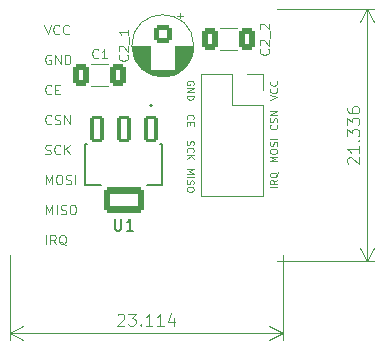
<source format=gbr>
%TF.GenerationSoftware,KiCad,Pcbnew,9.0.3*%
%TF.CreationDate,2025-10-19T16:24:49+11:00*%
%TF.ProjectId,NRF24L01-better-breakout,4e524632-344c-4303-912d-626574746572,rev?*%
%TF.SameCoordinates,Original*%
%TF.FileFunction,Legend,Top*%
%TF.FilePolarity,Positive*%
%FSLAX46Y46*%
G04 Gerber Fmt 4.6, Leading zero omitted, Abs format (unit mm)*
G04 Created by KiCad (PCBNEW 9.0.3) date 2025-10-19 16:24:49*
%MOMM*%
%LPD*%
G01*
G04 APERTURE LIST*
G04 Aperture macros list*
%AMRoundRect*
0 Rectangle with rounded corners*
0 $1 Rounding radius*
0 $2 $3 $4 $5 $6 $7 $8 $9 X,Y pos of 4 corners*
0 Add a 4 corners polygon primitive as box body*
4,1,4,$2,$3,$4,$5,$6,$7,$8,$9,$2,$3,0*
0 Add four circle primitives for the rounded corners*
1,1,$1+$1,$2,$3*
1,1,$1+$1,$4,$5*
1,1,$1+$1,$6,$7*
1,1,$1+$1,$8,$9*
0 Add four rect primitives between the rounded corners*
20,1,$1+$1,$2,$3,$4,$5,0*
20,1,$1+$1,$4,$5,$6,$7,0*
20,1,$1+$1,$6,$7,$8,$9,0*
20,1,$1+$1,$8,$9,$2,$3,0*%
G04 Aperture macros list end*
%ADD10C,0.075000*%
%ADD11C,0.100000*%
%ADD12C,0.150000*%
%ADD13C,0.127000*%
%ADD14C,0.200000*%
%ADD15C,0.120000*%
%ADD16RoundRect,0.141750X-0.425250X0.950250X-0.425250X-0.950250X0.425250X-0.950250X0.425250X0.950250X0*%
%ADD17RoundRect,0.273000X-1.444000X0.819000X-1.444000X-0.819000X1.444000X-0.819000X1.444000X0.819000X0*%
%ADD18RoundRect,0.250000X0.412500X0.650000X-0.412500X0.650000X-0.412500X-0.650000X0.412500X-0.650000X0*%
%ADD19RoundRect,0.250000X-0.550000X0.550000X-0.550000X-0.550000X0.550000X-0.550000X0.550000X0.550000X0*%
%ADD20C,1.600000*%
%ADD21R,1.700000X1.700000*%
%ADD22C,1.700000*%
%ADD23RoundRect,0.250000X-0.412500X-0.650000X0.412500X-0.650000X0.412500X0.650000X-0.412500X0.650000X0*%
G04 APERTURE END LIST*
D10*
X114074900Y-72126571D02*
X114046328Y-72212286D01*
X114046328Y-72212286D02*
X114046328Y-72355143D01*
X114046328Y-72355143D02*
X114074900Y-72412286D01*
X114074900Y-72412286D02*
X114103471Y-72440857D01*
X114103471Y-72440857D02*
X114160614Y-72469428D01*
X114160614Y-72469428D02*
X114217757Y-72469428D01*
X114217757Y-72469428D02*
X114274900Y-72440857D01*
X114274900Y-72440857D02*
X114303471Y-72412286D01*
X114303471Y-72412286D02*
X114332042Y-72355143D01*
X114332042Y-72355143D02*
X114360614Y-72240857D01*
X114360614Y-72240857D02*
X114389185Y-72183714D01*
X114389185Y-72183714D02*
X114417757Y-72155143D01*
X114417757Y-72155143D02*
X114474900Y-72126571D01*
X114474900Y-72126571D02*
X114532042Y-72126571D01*
X114532042Y-72126571D02*
X114589185Y-72155143D01*
X114589185Y-72155143D02*
X114617757Y-72183714D01*
X114617757Y-72183714D02*
X114646328Y-72240857D01*
X114646328Y-72240857D02*
X114646328Y-72383714D01*
X114646328Y-72383714D02*
X114617757Y-72469428D01*
X114103471Y-73069429D02*
X114074900Y-73040857D01*
X114074900Y-73040857D02*
X114046328Y-72955143D01*
X114046328Y-72955143D02*
X114046328Y-72898000D01*
X114046328Y-72898000D02*
X114074900Y-72812286D01*
X114074900Y-72812286D02*
X114132042Y-72755143D01*
X114132042Y-72755143D02*
X114189185Y-72726572D01*
X114189185Y-72726572D02*
X114303471Y-72698000D01*
X114303471Y-72698000D02*
X114389185Y-72698000D01*
X114389185Y-72698000D02*
X114503471Y-72726572D01*
X114503471Y-72726572D02*
X114560614Y-72755143D01*
X114560614Y-72755143D02*
X114617757Y-72812286D01*
X114617757Y-72812286D02*
X114646328Y-72898000D01*
X114646328Y-72898000D02*
X114646328Y-72955143D01*
X114646328Y-72955143D02*
X114617757Y-73040857D01*
X114617757Y-73040857D02*
X114589185Y-73069429D01*
X114046328Y-73326572D02*
X114646328Y-73326572D01*
X114046328Y-73669429D02*
X114389185Y-73412286D01*
X114646328Y-73669429D02*
X114303471Y-73326572D01*
D11*
X101995979Y-62302895D02*
X102262646Y-63102895D01*
X102262646Y-63102895D02*
X102529312Y-62302895D01*
X103253122Y-63026704D02*
X103215026Y-63064800D01*
X103215026Y-63064800D02*
X103100741Y-63102895D01*
X103100741Y-63102895D02*
X103024550Y-63102895D01*
X103024550Y-63102895D02*
X102910264Y-63064800D01*
X102910264Y-63064800D02*
X102834074Y-62988609D01*
X102834074Y-62988609D02*
X102795979Y-62912419D01*
X102795979Y-62912419D02*
X102757883Y-62760038D01*
X102757883Y-62760038D02*
X102757883Y-62645752D01*
X102757883Y-62645752D02*
X102795979Y-62493371D01*
X102795979Y-62493371D02*
X102834074Y-62417180D01*
X102834074Y-62417180D02*
X102910264Y-62340990D01*
X102910264Y-62340990D02*
X103024550Y-62302895D01*
X103024550Y-62302895D02*
X103100741Y-62302895D01*
X103100741Y-62302895D02*
X103215026Y-62340990D01*
X103215026Y-62340990D02*
X103253122Y-62379085D01*
X104053122Y-63026704D02*
X104015026Y-63064800D01*
X104015026Y-63064800D02*
X103900741Y-63102895D01*
X103900741Y-63102895D02*
X103824550Y-63102895D01*
X103824550Y-63102895D02*
X103710264Y-63064800D01*
X103710264Y-63064800D02*
X103634074Y-62988609D01*
X103634074Y-62988609D02*
X103595979Y-62912419D01*
X103595979Y-62912419D02*
X103557883Y-62760038D01*
X103557883Y-62760038D02*
X103557883Y-62645752D01*
X103557883Y-62645752D02*
X103595979Y-62493371D01*
X103595979Y-62493371D02*
X103634074Y-62417180D01*
X103634074Y-62417180D02*
X103710264Y-62340990D01*
X103710264Y-62340990D02*
X103824550Y-62302895D01*
X103824550Y-62302895D02*
X103900741Y-62302895D01*
X103900741Y-62302895D02*
X104015026Y-62340990D01*
X104015026Y-62340990D02*
X104053122Y-62379085D01*
D10*
X121648528Y-70772285D02*
X121677100Y-70800857D01*
X121677100Y-70800857D02*
X121705671Y-70886571D01*
X121705671Y-70886571D02*
X121705671Y-70943714D01*
X121705671Y-70943714D02*
X121677100Y-71029428D01*
X121677100Y-71029428D02*
X121619957Y-71086571D01*
X121619957Y-71086571D02*
X121562814Y-71115142D01*
X121562814Y-71115142D02*
X121448528Y-71143714D01*
X121448528Y-71143714D02*
X121362814Y-71143714D01*
X121362814Y-71143714D02*
X121248528Y-71115142D01*
X121248528Y-71115142D02*
X121191385Y-71086571D01*
X121191385Y-71086571D02*
X121134242Y-71029428D01*
X121134242Y-71029428D02*
X121105671Y-70943714D01*
X121105671Y-70943714D02*
X121105671Y-70886571D01*
X121105671Y-70886571D02*
X121134242Y-70800857D01*
X121134242Y-70800857D02*
X121162814Y-70772285D01*
X121677100Y-70543714D02*
X121705671Y-70458000D01*
X121705671Y-70458000D02*
X121705671Y-70315142D01*
X121705671Y-70315142D02*
X121677100Y-70258000D01*
X121677100Y-70258000D02*
X121648528Y-70229428D01*
X121648528Y-70229428D02*
X121591385Y-70200857D01*
X121591385Y-70200857D02*
X121534242Y-70200857D01*
X121534242Y-70200857D02*
X121477100Y-70229428D01*
X121477100Y-70229428D02*
X121448528Y-70258000D01*
X121448528Y-70258000D02*
X121419957Y-70315142D01*
X121419957Y-70315142D02*
X121391385Y-70429428D01*
X121391385Y-70429428D02*
X121362814Y-70486571D01*
X121362814Y-70486571D02*
X121334242Y-70515142D01*
X121334242Y-70515142D02*
X121277100Y-70543714D01*
X121277100Y-70543714D02*
X121219957Y-70543714D01*
X121219957Y-70543714D02*
X121162814Y-70515142D01*
X121162814Y-70515142D02*
X121134242Y-70486571D01*
X121134242Y-70486571D02*
X121105671Y-70429428D01*
X121105671Y-70429428D02*
X121105671Y-70286571D01*
X121105671Y-70286571D02*
X121134242Y-70200857D01*
X121705671Y-69943713D02*
X121105671Y-69943713D01*
X121105671Y-69943713D02*
X121705671Y-69600856D01*
X121705671Y-69600856D02*
X121105671Y-69600856D01*
D11*
X102110265Y-78342895D02*
X102110265Y-77542895D01*
X102110265Y-77542895D02*
X102376931Y-78114323D01*
X102376931Y-78114323D02*
X102643598Y-77542895D01*
X102643598Y-77542895D02*
X102643598Y-78342895D01*
X103024551Y-78342895D02*
X103024551Y-77542895D01*
X103367407Y-78304800D02*
X103481693Y-78342895D01*
X103481693Y-78342895D02*
X103672169Y-78342895D01*
X103672169Y-78342895D02*
X103748360Y-78304800D01*
X103748360Y-78304800D02*
X103786455Y-78266704D01*
X103786455Y-78266704D02*
X103824550Y-78190514D01*
X103824550Y-78190514D02*
X103824550Y-78114323D01*
X103824550Y-78114323D02*
X103786455Y-78038133D01*
X103786455Y-78038133D02*
X103748360Y-78000038D01*
X103748360Y-78000038D02*
X103672169Y-77961942D01*
X103672169Y-77961942D02*
X103519788Y-77923847D01*
X103519788Y-77923847D02*
X103443598Y-77885752D01*
X103443598Y-77885752D02*
X103405503Y-77847657D01*
X103405503Y-77847657D02*
X103367407Y-77771466D01*
X103367407Y-77771466D02*
X103367407Y-77695276D01*
X103367407Y-77695276D02*
X103405503Y-77619085D01*
X103405503Y-77619085D02*
X103443598Y-77580990D01*
X103443598Y-77580990D02*
X103519788Y-77542895D01*
X103519788Y-77542895D02*
X103710265Y-77542895D01*
X103710265Y-77542895D02*
X103824550Y-77580990D01*
X104319789Y-77542895D02*
X104472170Y-77542895D01*
X104472170Y-77542895D02*
X104548360Y-77580990D01*
X104548360Y-77580990D02*
X104624551Y-77657180D01*
X104624551Y-77657180D02*
X104662646Y-77809561D01*
X104662646Y-77809561D02*
X104662646Y-78076228D01*
X104662646Y-78076228D02*
X104624551Y-78228609D01*
X104624551Y-78228609D02*
X104548360Y-78304800D01*
X104548360Y-78304800D02*
X104472170Y-78342895D01*
X104472170Y-78342895D02*
X104319789Y-78342895D01*
X104319789Y-78342895D02*
X104243598Y-78304800D01*
X104243598Y-78304800D02*
X104167408Y-78228609D01*
X104167408Y-78228609D02*
X104129312Y-78076228D01*
X104129312Y-78076228D02*
X104129312Y-77809561D01*
X104129312Y-77809561D02*
X104167408Y-77657180D01*
X104167408Y-77657180D02*
X104243598Y-77580990D01*
X104243598Y-77580990D02*
X104319789Y-77542895D01*
D10*
X121705671Y-73840856D02*
X121105671Y-73840856D01*
X121105671Y-73840856D02*
X121534242Y-73640856D01*
X121534242Y-73640856D02*
X121105671Y-73440856D01*
X121105671Y-73440856D02*
X121705671Y-73440856D01*
X121105671Y-73040857D02*
X121105671Y-72926571D01*
X121105671Y-72926571D02*
X121134242Y-72869428D01*
X121134242Y-72869428D02*
X121191385Y-72812285D01*
X121191385Y-72812285D02*
X121305671Y-72783714D01*
X121305671Y-72783714D02*
X121505671Y-72783714D01*
X121505671Y-72783714D02*
X121619957Y-72812285D01*
X121619957Y-72812285D02*
X121677100Y-72869428D01*
X121677100Y-72869428D02*
X121705671Y-72926571D01*
X121705671Y-72926571D02*
X121705671Y-73040857D01*
X121705671Y-73040857D02*
X121677100Y-73098000D01*
X121677100Y-73098000D02*
X121619957Y-73155142D01*
X121619957Y-73155142D02*
X121505671Y-73183714D01*
X121505671Y-73183714D02*
X121305671Y-73183714D01*
X121305671Y-73183714D02*
X121191385Y-73155142D01*
X121191385Y-73155142D02*
X121134242Y-73098000D01*
X121134242Y-73098000D02*
X121105671Y-73040857D01*
X121677100Y-72555143D02*
X121705671Y-72469429D01*
X121705671Y-72469429D02*
X121705671Y-72326571D01*
X121705671Y-72326571D02*
X121677100Y-72269429D01*
X121677100Y-72269429D02*
X121648528Y-72240857D01*
X121648528Y-72240857D02*
X121591385Y-72212286D01*
X121591385Y-72212286D02*
X121534242Y-72212286D01*
X121534242Y-72212286D02*
X121477100Y-72240857D01*
X121477100Y-72240857D02*
X121448528Y-72269429D01*
X121448528Y-72269429D02*
X121419957Y-72326571D01*
X121419957Y-72326571D02*
X121391385Y-72440857D01*
X121391385Y-72440857D02*
X121362814Y-72498000D01*
X121362814Y-72498000D02*
X121334242Y-72526571D01*
X121334242Y-72526571D02*
X121277100Y-72555143D01*
X121277100Y-72555143D02*
X121219957Y-72555143D01*
X121219957Y-72555143D02*
X121162814Y-72526571D01*
X121162814Y-72526571D02*
X121134242Y-72498000D01*
X121134242Y-72498000D02*
X121105671Y-72440857D01*
X121105671Y-72440857D02*
X121105671Y-72298000D01*
X121105671Y-72298000D02*
X121134242Y-72212286D01*
X121705671Y-71955142D02*
X121105671Y-71955142D01*
D11*
X102110265Y-75802895D02*
X102110265Y-75002895D01*
X102110265Y-75002895D02*
X102376931Y-75574323D01*
X102376931Y-75574323D02*
X102643598Y-75002895D01*
X102643598Y-75002895D02*
X102643598Y-75802895D01*
X103176932Y-75002895D02*
X103329313Y-75002895D01*
X103329313Y-75002895D02*
X103405503Y-75040990D01*
X103405503Y-75040990D02*
X103481694Y-75117180D01*
X103481694Y-75117180D02*
X103519789Y-75269561D01*
X103519789Y-75269561D02*
X103519789Y-75536228D01*
X103519789Y-75536228D02*
X103481694Y-75688609D01*
X103481694Y-75688609D02*
X103405503Y-75764800D01*
X103405503Y-75764800D02*
X103329313Y-75802895D01*
X103329313Y-75802895D02*
X103176932Y-75802895D01*
X103176932Y-75802895D02*
X103100741Y-75764800D01*
X103100741Y-75764800D02*
X103024551Y-75688609D01*
X103024551Y-75688609D02*
X102986455Y-75536228D01*
X102986455Y-75536228D02*
X102986455Y-75269561D01*
X102986455Y-75269561D02*
X103024551Y-75117180D01*
X103024551Y-75117180D02*
X103100741Y-75040990D01*
X103100741Y-75040990D02*
X103176932Y-75002895D01*
X103824550Y-75764800D02*
X103938836Y-75802895D01*
X103938836Y-75802895D02*
X104129312Y-75802895D01*
X104129312Y-75802895D02*
X104205503Y-75764800D01*
X104205503Y-75764800D02*
X104243598Y-75726704D01*
X104243598Y-75726704D02*
X104281693Y-75650514D01*
X104281693Y-75650514D02*
X104281693Y-75574323D01*
X104281693Y-75574323D02*
X104243598Y-75498133D01*
X104243598Y-75498133D02*
X104205503Y-75460038D01*
X104205503Y-75460038D02*
X104129312Y-75421942D01*
X104129312Y-75421942D02*
X103976931Y-75383847D01*
X103976931Y-75383847D02*
X103900741Y-75345752D01*
X103900741Y-75345752D02*
X103862646Y-75307657D01*
X103862646Y-75307657D02*
X103824550Y-75231466D01*
X103824550Y-75231466D02*
X103824550Y-75155276D01*
X103824550Y-75155276D02*
X103862646Y-75079085D01*
X103862646Y-75079085D02*
X103900741Y-75040990D01*
X103900741Y-75040990D02*
X103976931Y-75002895D01*
X103976931Y-75002895D02*
X104167408Y-75002895D01*
X104167408Y-75002895D02*
X104281693Y-75040990D01*
X104624551Y-75802895D02*
X104624551Y-75002895D01*
X102072169Y-73224800D02*
X102186455Y-73262895D01*
X102186455Y-73262895D02*
X102376931Y-73262895D01*
X102376931Y-73262895D02*
X102453122Y-73224800D01*
X102453122Y-73224800D02*
X102491217Y-73186704D01*
X102491217Y-73186704D02*
X102529312Y-73110514D01*
X102529312Y-73110514D02*
X102529312Y-73034323D01*
X102529312Y-73034323D02*
X102491217Y-72958133D01*
X102491217Y-72958133D02*
X102453122Y-72920038D01*
X102453122Y-72920038D02*
X102376931Y-72881942D01*
X102376931Y-72881942D02*
X102224550Y-72843847D01*
X102224550Y-72843847D02*
X102148360Y-72805752D01*
X102148360Y-72805752D02*
X102110265Y-72767657D01*
X102110265Y-72767657D02*
X102072169Y-72691466D01*
X102072169Y-72691466D02*
X102072169Y-72615276D01*
X102072169Y-72615276D02*
X102110265Y-72539085D01*
X102110265Y-72539085D02*
X102148360Y-72500990D01*
X102148360Y-72500990D02*
X102224550Y-72462895D01*
X102224550Y-72462895D02*
X102415027Y-72462895D01*
X102415027Y-72462895D02*
X102529312Y-72500990D01*
X103329313Y-73186704D02*
X103291217Y-73224800D01*
X103291217Y-73224800D02*
X103176932Y-73262895D01*
X103176932Y-73262895D02*
X103100741Y-73262895D01*
X103100741Y-73262895D02*
X102986455Y-73224800D01*
X102986455Y-73224800D02*
X102910265Y-73148609D01*
X102910265Y-73148609D02*
X102872170Y-73072419D01*
X102872170Y-73072419D02*
X102834074Y-72920038D01*
X102834074Y-72920038D02*
X102834074Y-72805752D01*
X102834074Y-72805752D02*
X102872170Y-72653371D01*
X102872170Y-72653371D02*
X102910265Y-72577180D01*
X102910265Y-72577180D02*
X102986455Y-72500990D01*
X102986455Y-72500990D02*
X103100741Y-72462895D01*
X103100741Y-72462895D02*
X103176932Y-72462895D01*
X103176932Y-72462895D02*
X103291217Y-72500990D01*
X103291217Y-72500990D02*
X103329313Y-72539085D01*
X103672170Y-73262895D02*
X103672170Y-72462895D01*
X104129313Y-73262895D02*
X103786455Y-72805752D01*
X104129313Y-72462895D02*
X103672170Y-72920038D01*
X102529312Y-64880990D02*
X102453122Y-64842895D01*
X102453122Y-64842895D02*
X102338836Y-64842895D01*
X102338836Y-64842895D02*
X102224550Y-64880990D01*
X102224550Y-64880990D02*
X102148360Y-64957180D01*
X102148360Y-64957180D02*
X102110265Y-65033371D01*
X102110265Y-65033371D02*
X102072169Y-65185752D01*
X102072169Y-65185752D02*
X102072169Y-65300038D01*
X102072169Y-65300038D02*
X102110265Y-65452419D01*
X102110265Y-65452419D02*
X102148360Y-65528609D01*
X102148360Y-65528609D02*
X102224550Y-65604800D01*
X102224550Y-65604800D02*
X102338836Y-65642895D01*
X102338836Y-65642895D02*
X102415027Y-65642895D01*
X102415027Y-65642895D02*
X102529312Y-65604800D01*
X102529312Y-65604800D02*
X102567408Y-65566704D01*
X102567408Y-65566704D02*
X102567408Y-65300038D01*
X102567408Y-65300038D02*
X102415027Y-65300038D01*
X102910265Y-65642895D02*
X102910265Y-64842895D01*
X102910265Y-64842895D02*
X103367408Y-65642895D01*
X103367408Y-65642895D02*
X103367408Y-64842895D01*
X103748360Y-65642895D02*
X103748360Y-64842895D01*
X103748360Y-64842895D02*
X103938836Y-64842895D01*
X103938836Y-64842895D02*
X104053122Y-64880990D01*
X104053122Y-64880990D02*
X104129312Y-64957180D01*
X104129312Y-64957180D02*
X104167407Y-65033371D01*
X104167407Y-65033371D02*
X104205503Y-65185752D01*
X104205503Y-65185752D02*
X104205503Y-65300038D01*
X104205503Y-65300038D02*
X104167407Y-65452419D01*
X104167407Y-65452419D02*
X104129312Y-65528609D01*
X104129312Y-65528609D02*
X104053122Y-65604800D01*
X104053122Y-65604800D02*
X103938836Y-65642895D01*
X103938836Y-65642895D02*
X103748360Y-65642895D01*
X102567408Y-70646704D02*
X102529312Y-70684800D01*
X102529312Y-70684800D02*
X102415027Y-70722895D01*
X102415027Y-70722895D02*
X102338836Y-70722895D01*
X102338836Y-70722895D02*
X102224550Y-70684800D01*
X102224550Y-70684800D02*
X102148360Y-70608609D01*
X102148360Y-70608609D02*
X102110265Y-70532419D01*
X102110265Y-70532419D02*
X102072169Y-70380038D01*
X102072169Y-70380038D02*
X102072169Y-70265752D01*
X102072169Y-70265752D02*
X102110265Y-70113371D01*
X102110265Y-70113371D02*
X102148360Y-70037180D01*
X102148360Y-70037180D02*
X102224550Y-69960990D01*
X102224550Y-69960990D02*
X102338836Y-69922895D01*
X102338836Y-69922895D02*
X102415027Y-69922895D01*
X102415027Y-69922895D02*
X102529312Y-69960990D01*
X102529312Y-69960990D02*
X102567408Y-69999085D01*
X102872169Y-70684800D02*
X102986455Y-70722895D01*
X102986455Y-70722895D02*
X103176931Y-70722895D01*
X103176931Y-70722895D02*
X103253122Y-70684800D01*
X103253122Y-70684800D02*
X103291217Y-70646704D01*
X103291217Y-70646704D02*
X103329312Y-70570514D01*
X103329312Y-70570514D02*
X103329312Y-70494323D01*
X103329312Y-70494323D02*
X103291217Y-70418133D01*
X103291217Y-70418133D02*
X103253122Y-70380038D01*
X103253122Y-70380038D02*
X103176931Y-70341942D01*
X103176931Y-70341942D02*
X103024550Y-70303847D01*
X103024550Y-70303847D02*
X102948360Y-70265752D01*
X102948360Y-70265752D02*
X102910265Y-70227657D01*
X102910265Y-70227657D02*
X102872169Y-70151466D01*
X102872169Y-70151466D02*
X102872169Y-70075276D01*
X102872169Y-70075276D02*
X102910265Y-69999085D01*
X102910265Y-69999085D02*
X102948360Y-69960990D01*
X102948360Y-69960990D02*
X103024550Y-69922895D01*
X103024550Y-69922895D02*
X103215027Y-69922895D01*
X103215027Y-69922895D02*
X103329312Y-69960990D01*
X103672170Y-70722895D02*
X103672170Y-69922895D01*
X103672170Y-69922895D02*
X104129313Y-70722895D01*
X104129313Y-70722895D02*
X104129313Y-69922895D01*
D10*
X114617757Y-67360857D02*
X114646328Y-67303715D01*
X114646328Y-67303715D02*
X114646328Y-67218000D01*
X114646328Y-67218000D02*
X114617757Y-67132286D01*
X114617757Y-67132286D02*
X114560614Y-67075143D01*
X114560614Y-67075143D02*
X114503471Y-67046572D01*
X114503471Y-67046572D02*
X114389185Y-67018000D01*
X114389185Y-67018000D02*
X114303471Y-67018000D01*
X114303471Y-67018000D02*
X114189185Y-67046572D01*
X114189185Y-67046572D02*
X114132042Y-67075143D01*
X114132042Y-67075143D02*
X114074900Y-67132286D01*
X114074900Y-67132286D02*
X114046328Y-67218000D01*
X114046328Y-67218000D02*
X114046328Y-67275143D01*
X114046328Y-67275143D02*
X114074900Y-67360857D01*
X114074900Y-67360857D02*
X114103471Y-67389429D01*
X114103471Y-67389429D02*
X114303471Y-67389429D01*
X114303471Y-67389429D02*
X114303471Y-67275143D01*
X114046328Y-67646572D02*
X114646328Y-67646572D01*
X114646328Y-67646572D02*
X114046328Y-67989429D01*
X114046328Y-67989429D02*
X114646328Y-67989429D01*
X114046328Y-68275143D02*
X114646328Y-68275143D01*
X114646328Y-68275143D02*
X114646328Y-68418000D01*
X114646328Y-68418000D02*
X114617757Y-68503714D01*
X114617757Y-68503714D02*
X114560614Y-68560857D01*
X114560614Y-68560857D02*
X114503471Y-68589428D01*
X114503471Y-68589428D02*
X114389185Y-68618000D01*
X114389185Y-68618000D02*
X114303471Y-68618000D01*
X114303471Y-68618000D02*
X114189185Y-68589428D01*
X114189185Y-68589428D02*
X114132042Y-68560857D01*
X114132042Y-68560857D02*
X114074900Y-68503714D01*
X114074900Y-68503714D02*
X114046328Y-68418000D01*
X114046328Y-68418000D02*
X114046328Y-68275143D01*
X114046328Y-74495143D02*
X114646328Y-74495143D01*
X114646328Y-74495143D02*
X114217757Y-74695143D01*
X114217757Y-74695143D02*
X114646328Y-74895143D01*
X114646328Y-74895143D02*
X114046328Y-74895143D01*
X114046328Y-75180857D02*
X114646328Y-75180857D01*
X114074900Y-75437999D02*
X114046328Y-75523714D01*
X114046328Y-75523714D02*
X114046328Y-75666571D01*
X114046328Y-75666571D02*
X114074900Y-75723714D01*
X114074900Y-75723714D02*
X114103471Y-75752285D01*
X114103471Y-75752285D02*
X114160614Y-75780856D01*
X114160614Y-75780856D02*
X114217757Y-75780856D01*
X114217757Y-75780856D02*
X114274900Y-75752285D01*
X114274900Y-75752285D02*
X114303471Y-75723714D01*
X114303471Y-75723714D02*
X114332042Y-75666571D01*
X114332042Y-75666571D02*
X114360614Y-75552285D01*
X114360614Y-75552285D02*
X114389185Y-75495142D01*
X114389185Y-75495142D02*
X114417757Y-75466571D01*
X114417757Y-75466571D02*
X114474900Y-75437999D01*
X114474900Y-75437999D02*
X114532042Y-75437999D01*
X114532042Y-75437999D02*
X114589185Y-75466571D01*
X114589185Y-75466571D02*
X114617757Y-75495142D01*
X114617757Y-75495142D02*
X114646328Y-75552285D01*
X114646328Y-75552285D02*
X114646328Y-75695142D01*
X114646328Y-75695142D02*
X114617757Y-75780856D01*
X114646328Y-76152285D02*
X114646328Y-76266571D01*
X114646328Y-76266571D02*
X114617757Y-76323714D01*
X114617757Y-76323714D02*
X114560614Y-76380857D01*
X114560614Y-76380857D02*
X114446328Y-76409428D01*
X114446328Y-76409428D02*
X114246328Y-76409428D01*
X114246328Y-76409428D02*
X114132042Y-76380857D01*
X114132042Y-76380857D02*
X114074900Y-76323714D01*
X114074900Y-76323714D02*
X114046328Y-76266571D01*
X114046328Y-76266571D02*
X114046328Y-76152285D01*
X114046328Y-76152285D02*
X114074900Y-76095143D01*
X114074900Y-76095143D02*
X114132042Y-76038000D01*
X114132042Y-76038000D02*
X114246328Y-76009428D01*
X114246328Y-76009428D02*
X114446328Y-76009428D01*
X114446328Y-76009428D02*
X114560614Y-76038000D01*
X114560614Y-76038000D02*
X114617757Y-76095143D01*
X114617757Y-76095143D02*
X114646328Y-76152285D01*
D11*
X102110265Y-80882895D02*
X102110265Y-80082895D01*
X102948360Y-80882895D02*
X102681693Y-80501942D01*
X102491217Y-80882895D02*
X102491217Y-80082895D01*
X102491217Y-80082895D02*
X102795979Y-80082895D01*
X102795979Y-80082895D02*
X102872169Y-80120990D01*
X102872169Y-80120990D02*
X102910264Y-80159085D01*
X102910264Y-80159085D02*
X102948360Y-80235276D01*
X102948360Y-80235276D02*
X102948360Y-80349561D01*
X102948360Y-80349561D02*
X102910264Y-80425752D01*
X102910264Y-80425752D02*
X102872169Y-80463847D01*
X102872169Y-80463847D02*
X102795979Y-80501942D01*
X102795979Y-80501942D02*
X102491217Y-80501942D01*
X103824550Y-80959085D02*
X103748360Y-80920990D01*
X103748360Y-80920990D02*
X103672169Y-80844800D01*
X103672169Y-80844800D02*
X103557883Y-80730514D01*
X103557883Y-80730514D02*
X103481693Y-80692419D01*
X103481693Y-80692419D02*
X103405502Y-80692419D01*
X103443598Y-80882895D02*
X103367407Y-80844800D01*
X103367407Y-80844800D02*
X103291217Y-80768609D01*
X103291217Y-80768609D02*
X103253121Y-80616228D01*
X103253121Y-80616228D02*
X103253121Y-80349561D01*
X103253121Y-80349561D02*
X103291217Y-80197180D01*
X103291217Y-80197180D02*
X103367407Y-80120990D01*
X103367407Y-80120990D02*
X103443598Y-80082895D01*
X103443598Y-80082895D02*
X103595979Y-80082895D01*
X103595979Y-80082895D02*
X103672169Y-80120990D01*
X103672169Y-80120990D02*
X103748360Y-80197180D01*
X103748360Y-80197180D02*
X103786455Y-80349561D01*
X103786455Y-80349561D02*
X103786455Y-80616228D01*
X103786455Y-80616228D02*
X103748360Y-80768609D01*
X103748360Y-80768609D02*
X103672169Y-80844800D01*
X103672169Y-80844800D02*
X103595979Y-80882895D01*
X103595979Y-80882895D02*
X103443598Y-80882895D01*
D10*
X121705671Y-76052284D02*
X121105671Y-76052284D01*
X121705671Y-75423713D02*
X121419957Y-75623713D01*
X121705671Y-75766570D02*
X121105671Y-75766570D01*
X121105671Y-75766570D02*
X121105671Y-75537999D01*
X121105671Y-75537999D02*
X121134242Y-75480856D01*
X121134242Y-75480856D02*
X121162814Y-75452285D01*
X121162814Y-75452285D02*
X121219957Y-75423713D01*
X121219957Y-75423713D02*
X121305671Y-75423713D01*
X121305671Y-75423713D02*
X121362814Y-75452285D01*
X121362814Y-75452285D02*
X121391385Y-75480856D01*
X121391385Y-75480856D02*
X121419957Y-75537999D01*
X121419957Y-75537999D02*
X121419957Y-75766570D01*
X121762814Y-74766570D02*
X121734242Y-74823713D01*
X121734242Y-74823713D02*
X121677100Y-74880856D01*
X121677100Y-74880856D02*
X121591385Y-74966570D01*
X121591385Y-74966570D02*
X121562814Y-75023713D01*
X121562814Y-75023713D02*
X121562814Y-75080856D01*
X121705671Y-75052285D02*
X121677100Y-75109428D01*
X121677100Y-75109428D02*
X121619957Y-75166570D01*
X121619957Y-75166570D02*
X121505671Y-75195142D01*
X121505671Y-75195142D02*
X121305671Y-75195142D01*
X121305671Y-75195142D02*
X121191385Y-75166570D01*
X121191385Y-75166570D02*
X121134242Y-75109428D01*
X121134242Y-75109428D02*
X121105671Y-75052285D01*
X121105671Y-75052285D02*
X121105671Y-74937999D01*
X121105671Y-74937999D02*
X121134242Y-74880856D01*
X121134242Y-74880856D02*
X121191385Y-74823713D01*
X121191385Y-74823713D02*
X121305671Y-74795142D01*
X121305671Y-74795142D02*
X121505671Y-74795142D01*
X121505671Y-74795142D02*
X121619957Y-74823713D01*
X121619957Y-74823713D02*
X121677100Y-74880856D01*
X121677100Y-74880856D02*
X121705671Y-74937999D01*
X121705671Y-74937999D02*
X121705671Y-75052285D01*
D11*
X102567408Y-68106704D02*
X102529312Y-68144800D01*
X102529312Y-68144800D02*
X102415027Y-68182895D01*
X102415027Y-68182895D02*
X102338836Y-68182895D01*
X102338836Y-68182895D02*
X102224550Y-68144800D01*
X102224550Y-68144800D02*
X102148360Y-68068609D01*
X102148360Y-68068609D02*
X102110265Y-67992419D01*
X102110265Y-67992419D02*
X102072169Y-67840038D01*
X102072169Y-67840038D02*
X102072169Y-67725752D01*
X102072169Y-67725752D02*
X102110265Y-67573371D01*
X102110265Y-67573371D02*
X102148360Y-67497180D01*
X102148360Y-67497180D02*
X102224550Y-67420990D01*
X102224550Y-67420990D02*
X102338836Y-67382895D01*
X102338836Y-67382895D02*
X102415027Y-67382895D01*
X102415027Y-67382895D02*
X102529312Y-67420990D01*
X102529312Y-67420990D02*
X102567408Y-67459085D01*
X102910265Y-67763847D02*
X103176931Y-67763847D01*
X103291217Y-68182895D02*
X102910265Y-68182895D01*
X102910265Y-68182895D02*
X102910265Y-67382895D01*
X102910265Y-67382895D02*
X103291217Y-67382895D01*
D10*
X114103471Y-70272286D02*
X114074900Y-70243714D01*
X114074900Y-70243714D02*
X114046328Y-70158000D01*
X114046328Y-70158000D02*
X114046328Y-70100857D01*
X114046328Y-70100857D02*
X114074900Y-70015143D01*
X114074900Y-70015143D02*
X114132042Y-69958000D01*
X114132042Y-69958000D02*
X114189185Y-69929429D01*
X114189185Y-69929429D02*
X114303471Y-69900857D01*
X114303471Y-69900857D02*
X114389185Y-69900857D01*
X114389185Y-69900857D02*
X114503471Y-69929429D01*
X114503471Y-69929429D02*
X114560614Y-69958000D01*
X114560614Y-69958000D02*
X114617757Y-70015143D01*
X114617757Y-70015143D02*
X114646328Y-70100857D01*
X114646328Y-70100857D02*
X114646328Y-70158000D01*
X114646328Y-70158000D02*
X114617757Y-70243714D01*
X114617757Y-70243714D02*
X114589185Y-70272286D01*
X114360614Y-70529429D02*
X114360614Y-70729429D01*
X114046328Y-70815143D02*
X114046328Y-70529429D01*
X114046328Y-70529429D02*
X114646328Y-70529429D01*
X114646328Y-70529429D02*
X114646328Y-70815143D01*
X121105671Y-68618000D02*
X121705671Y-68418000D01*
X121705671Y-68418000D02*
X121105671Y-68218000D01*
X121648528Y-67675142D02*
X121677100Y-67703714D01*
X121677100Y-67703714D02*
X121705671Y-67789428D01*
X121705671Y-67789428D02*
X121705671Y-67846571D01*
X121705671Y-67846571D02*
X121677100Y-67932285D01*
X121677100Y-67932285D02*
X121619957Y-67989428D01*
X121619957Y-67989428D02*
X121562814Y-68017999D01*
X121562814Y-68017999D02*
X121448528Y-68046571D01*
X121448528Y-68046571D02*
X121362814Y-68046571D01*
X121362814Y-68046571D02*
X121248528Y-68017999D01*
X121248528Y-68017999D02*
X121191385Y-67989428D01*
X121191385Y-67989428D02*
X121134242Y-67932285D01*
X121134242Y-67932285D02*
X121105671Y-67846571D01*
X121105671Y-67846571D02*
X121105671Y-67789428D01*
X121105671Y-67789428D02*
X121134242Y-67703714D01*
X121134242Y-67703714D02*
X121162814Y-67675142D01*
X121648528Y-67075142D02*
X121677100Y-67103714D01*
X121677100Y-67103714D02*
X121705671Y-67189428D01*
X121705671Y-67189428D02*
X121705671Y-67246571D01*
X121705671Y-67246571D02*
X121677100Y-67332285D01*
X121677100Y-67332285D02*
X121619957Y-67389428D01*
X121619957Y-67389428D02*
X121562814Y-67417999D01*
X121562814Y-67417999D02*
X121448528Y-67446571D01*
X121448528Y-67446571D02*
X121362814Y-67446571D01*
X121362814Y-67446571D02*
X121248528Y-67417999D01*
X121248528Y-67417999D02*
X121191385Y-67389428D01*
X121191385Y-67389428D02*
X121134242Y-67332285D01*
X121134242Y-67332285D02*
X121105671Y-67246571D01*
X121105671Y-67246571D02*
X121105671Y-67189428D01*
X121105671Y-67189428D02*
X121134242Y-67103714D01*
X121134242Y-67103714D02*
X121162814Y-67075142D01*
D11*
X108188429Y-86844657D02*
X108236048Y-86797038D01*
X108236048Y-86797038D02*
X108331286Y-86749419D01*
X108331286Y-86749419D02*
X108569381Y-86749419D01*
X108569381Y-86749419D02*
X108664619Y-86797038D01*
X108664619Y-86797038D02*
X108712238Y-86844657D01*
X108712238Y-86844657D02*
X108759857Y-86939895D01*
X108759857Y-86939895D02*
X108759857Y-87035133D01*
X108759857Y-87035133D02*
X108712238Y-87177990D01*
X108712238Y-87177990D02*
X108140810Y-87749419D01*
X108140810Y-87749419D02*
X108759857Y-87749419D01*
X109093191Y-86749419D02*
X109712238Y-86749419D01*
X109712238Y-86749419D02*
X109378905Y-87130371D01*
X109378905Y-87130371D02*
X109521762Y-87130371D01*
X109521762Y-87130371D02*
X109617000Y-87177990D01*
X109617000Y-87177990D02*
X109664619Y-87225609D01*
X109664619Y-87225609D02*
X109712238Y-87320847D01*
X109712238Y-87320847D02*
X109712238Y-87558942D01*
X109712238Y-87558942D02*
X109664619Y-87654180D01*
X109664619Y-87654180D02*
X109617000Y-87701800D01*
X109617000Y-87701800D02*
X109521762Y-87749419D01*
X109521762Y-87749419D02*
X109236048Y-87749419D01*
X109236048Y-87749419D02*
X109140810Y-87701800D01*
X109140810Y-87701800D02*
X109093191Y-87654180D01*
X110140810Y-87654180D02*
X110188429Y-87701800D01*
X110188429Y-87701800D02*
X110140810Y-87749419D01*
X110140810Y-87749419D02*
X110093191Y-87701800D01*
X110093191Y-87701800D02*
X110140810Y-87654180D01*
X110140810Y-87654180D02*
X110140810Y-87749419D01*
X111140809Y-87749419D02*
X110569381Y-87749419D01*
X110855095Y-87749419D02*
X110855095Y-86749419D01*
X110855095Y-86749419D02*
X110759857Y-86892276D01*
X110759857Y-86892276D02*
X110664619Y-86987514D01*
X110664619Y-86987514D02*
X110569381Y-87035133D01*
X112093190Y-87749419D02*
X111521762Y-87749419D01*
X111807476Y-87749419D02*
X111807476Y-86749419D01*
X111807476Y-86749419D02*
X111712238Y-86892276D01*
X111712238Y-86892276D02*
X111617000Y-86987514D01*
X111617000Y-86987514D02*
X111521762Y-87035133D01*
X112950333Y-87082752D02*
X112950333Y-87749419D01*
X112712238Y-86701800D02*
X112474143Y-87416085D01*
X112474143Y-87416085D02*
X113093190Y-87416085D01*
X122174000Y-81796000D02*
X122174000Y-88978420D01*
X99060000Y-88978420D02*
X99060000Y-81796000D01*
X122174000Y-88392000D02*
X99060000Y-88392000D01*
X122174000Y-88392000D02*
X121047496Y-88978421D01*
X122174000Y-88392000D02*
X121047496Y-87805579D01*
X99060000Y-88392000D02*
X100186504Y-87805579D01*
X99060000Y-88392000D02*
X100186504Y-88978421D01*
X127738657Y-74056570D02*
X127691038Y-74008951D01*
X127691038Y-74008951D02*
X127643419Y-73913713D01*
X127643419Y-73913713D02*
X127643419Y-73675618D01*
X127643419Y-73675618D02*
X127691038Y-73580380D01*
X127691038Y-73580380D02*
X127738657Y-73532761D01*
X127738657Y-73532761D02*
X127833895Y-73485142D01*
X127833895Y-73485142D02*
X127929133Y-73485142D01*
X127929133Y-73485142D02*
X128071990Y-73532761D01*
X128071990Y-73532761D02*
X128643419Y-74104189D01*
X128643419Y-74104189D02*
X128643419Y-73485142D01*
X128643419Y-72532761D02*
X128643419Y-73104189D01*
X128643419Y-72818475D02*
X127643419Y-72818475D01*
X127643419Y-72818475D02*
X127786276Y-72913713D01*
X127786276Y-72913713D02*
X127881514Y-73008951D01*
X127881514Y-73008951D02*
X127929133Y-73104189D01*
X128548180Y-72104189D02*
X128595800Y-72056570D01*
X128595800Y-72056570D02*
X128643419Y-72104189D01*
X128643419Y-72104189D02*
X128595800Y-72151808D01*
X128595800Y-72151808D02*
X128548180Y-72104189D01*
X128548180Y-72104189D02*
X128643419Y-72104189D01*
X127643419Y-71723237D02*
X127643419Y-71104190D01*
X127643419Y-71104190D02*
X128024371Y-71437523D01*
X128024371Y-71437523D02*
X128024371Y-71294666D01*
X128024371Y-71294666D02*
X128071990Y-71199428D01*
X128071990Y-71199428D02*
X128119609Y-71151809D01*
X128119609Y-71151809D02*
X128214847Y-71104190D01*
X128214847Y-71104190D02*
X128452942Y-71104190D01*
X128452942Y-71104190D02*
X128548180Y-71151809D01*
X128548180Y-71151809D02*
X128595800Y-71199428D01*
X128595800Y-71199428D02*
X128643419Y-71294666D01*
X128643419Y-71294666D02*
X128643419Y-71580380D01*
X128643419Y-71580380D02*
X128595800Y-71675618D01*
X128595800Y-71675618D02*
X128548180Y-71723237D01*
X127643419Y-70770856D02*
X127643419Y-70151809D01*
X127643419Y-70151809D02*
X128024371Y-70485142D01*
X128024371Y-70485142D02*
X128024371Y-70342285D01*
X128024371Y-70342285D02*
X128071990Y-70247047D01*
X128071990Y-70247047D02*
X128119609Y-70199428D01*
X128119609Y-70199428D02*
X128214847Y-70151809D01*
X128214847Y-70151809D02*
X128452942Y-70151809D01*
X128452942Y-70151809D02*
X128548180Y-70199428D01*
X128548180Y-70199428D02*
X128595800Y-70247047D01*
X128595800Y-70247047D02*
X128643419Y-70342285D01*
X128643419Y-70342285D02*
X128643419Y-70627999D01*
X128643419Y-70627999D02*
X128595800Y-70723237D01*
X128595800Y-70723237D02*
X128548180Y-70770856D01*
X127643419Y-69294666D02*
X127643419Y-69485142D01*
X127643419Y-69485142D02*
X127691038Y-69580380D01*
X127691038Y-69580380D02*
X127738657Y-69627999D01*
X127738657Y-69627999D02*
X127881514Y-69723237D01*
X127881514Y-69723237D02*
X128071990Y-69770856D01*
X128071990Y-69770856D02*
X128452942Y-69770856D01*
X128452942Y-69770856D02*
X128548180Y-69723237D01*
X128548180Y-69723237D02*
X128595800Y-69675618D01*
X128595800Y-69675618D02*
X128643419Y-69580380D01*
X128643419Y-69580380D02*
X128643419Y-69389904D01*
X128643419Y-69389904D02*
X128595800Y-69294666D01*
X128595800Y-69294666D02*
X128548180Y-69247047D01*
X128548180Y-69247047D02*
X128452942Y-69199428D01*
X128452942Y-69199428D02*
X128214847Y-69199428D01*
X128214847Y-69199428D02*
X128119609Y-69247047D01*
X128119609Y-69247047D02*
X128071990Y-69294666D01*
X128071990Y-69294666D02*
X128024371Y-69389904D01*
X128024371Y-69389904D02*
X128024371Y-69580380D01*
X128024371Y-69580380D02*
X128071990Y-69675618D01*
X128071990Y-69675618D02*
X128119609Y-69723237D01*
X128119609Y-69723237D02*
X128214847Y-69770856D01*
X121658000Y-82296000D02*
X129872420Y-82296000D01*
X129872420Y-60960000D02*
X121658000Y-60960000D01*
X129286000Y-82296000D02*
X129286000Y-60960000D01*
X129286000Y-82296000D02*
X128699579Y-81169496D01*
X129286000Y-82296000D02*
X129872421Y-81169496D01*
X129286000Y-60960000D02*
X129872421Y-62086504D01*
X129286000Y-60960000D02*
X128699579Y-62086504D01*
D12*
X107950095Y-78702819D02*
X107950095Y-79512342D01*
X107950095Y-79512342D02*
X107997714Y-79607580D01*
X107997714Y-79607580D02*
X108045333Y-79655200D01*
X108045333Y-79655200D02*
X108140571Y-79702819D01*
X108140571Y-79702819D02*
X108331047Y-79702819D01*
X108331047Y-79702819D02*
X108426285Y-79655200D01*
X108426285Y-79655200D02*
X108473904Y-79607580D01*
X108473904Y-79607580D02*
X108521523Y-79512342D01*
X108521523Y-79512342D02*
X108521523Y-78702819D01*
X109521523Y-79702819D02*
X108950095Y-79702819D01*
X109235809Y-79702819D02*
X109235809Y-78702819D01*
X109235809Y-78702819D02*
X109140571Y-78845676D01*
X109140571Y-78845676D02*
X109045333Y-78940914D01*
X109045333Y-78940914D02*
X108950095Y-78988533D01*
D11*
X120938704Y-64319047D02*
X120976800Y-64357143D01*
X120976800Y-64357143D02*
X121014895Y-64471428D01*
X121014895Y-64471428D02*
X121014895Y-64547619D01*
X121014895Y-64547619D02*
X120976800Y-64661905D01*
X120976800Y-64661905D02*
X120900609Y-64738095D01*
X120900609Y-64738095D02*
X120824419Y-64776190D01*
X120824419Y-64776190D02*
X120672038Y-64814286D01*
X120672038Y-64814286D02*
X120557752Y-64814286D01*
X120557752Y-64814286D02*
X120405371Y-64776190D01*
X120405371Y-64776190D02*
X120329180Y-64738095D01*
X120329180Y-64738095D02*
X120252990Y-64661905D01*
X120252990Y-64661905D02*
X120214895Y-64547619D01*
X120214895Y-64547619D02*
X120214895Y-64471428D01*
X120214895Y-64471428D02*
X120252990Y-64357143D01*
X120252990Y-64357143D02*
X120291085Y-64319047D01*
X120291085Y-64014286D02*
X120252990Y-63976190D01*
X120252990Y-63976190D02*
X120214895Y-63900000D01*
X120214895Y-63900000D02*
X120214895Y-63709524D01*
X120214895Y-63709524D02*
X120252990Y-63633333D01*
X120252990Y-63633333D02*
X120291085Y-63595238D01*
X120291085Y-63595238D02*
X120367276Y-63557143D01*
X120367276Y-63557143D02*
X120443466Y-63557143D01*
X120443466Y-63557143D02*
X120557752Y-63595238D01*
X120557752Y-63595238D02*
X121014895Y-64052381D01*
X121014895Y-64052381D02*
X121014895Y-63557143D01*
X121091085Y-63404762D02*
X121091085Y-62795238D01*
X120291085Y-62642857D02*
X120252990Y-62604761D01*
X120252990Y-62604761D02*
X120214895Y-62528571D01*
X120214895Y-62528571D02*
X120214895Y-62338095D01*
X120214895Y-62338095D02*
X120252990Y-62261904D01*
X120252990Y-62261904D02*
X120291085Y-62223809D01*
X120291085Y-62223809D02*
X120367276Y-62185714D01*
X120367276Y-62185714D02*
X120443466Y-62185714D01*
X120443466Y-62185714D02*
X120557752Y-62223809D01*
X120557752Y-62223809D02*
X121014895Y-62680952D01*
X121014895Y-62680952D02*
X121014895Y-62185714D01*
X109000704Y-64827047D02*
X109038800Y-64865143D01*
X109038800Y-64865143D02*
X109076895Y-64979428D01*
X109076895Y-64979428D02*
X109076895Y-65055619D01*
X109076895Y-65055619D02*
X109038800Y-65169905D01*
X109038800Y-65169905D02*
X108962609Y-65246095D01*
X108962609Y-65246095D02*
X108886419Y-65284190D01*
X108886419Y-65284190D02*
X108734038Y-65322286D01*
X108734038Y-65322286D02*
X108619752Y-65322286D01*
X108619752Y-65322286D02*
X108467371Y-65284190D01*
X108467371Y-65284190D02*
X108391180Y-65246095D01*
X108391180Y-65246095D02*
X108314990Y-65169905D01*
X108314990Y-65169905D02*
X108276895Y-65055619D01*
X108276895Y-65055619D02*
X108276895Y-64979428D01*
X108276895Y-64979428D02*
X108314990Y-64865143D01*
X108314990Y-64865143D02*
X108353085Y-64827047D01*
X108353085Y-64522286D02*
X108314990Y-64484190D01*
X108314990Y-64484190D02*
X108276895Y-64408000D01*
X108276895Y-64408000D02*
X108276895Y-64217524D01*
X108276895Y-64217524D02*
X108314990Y-64141333D01*
X108314990Y-64141333D02*
X108353085Y-64103238D01*
X108353085Y-64103238D02*
X108429276Y-64065143D01*
X108429276Y-64065143D02*
X108505466Y-64065143D01*
X108505466Y-64065143D02*
X108619752Y-64103238D01*
X108619752Y-64103238D02*
X109076895Y-64560381D01*
X109076895Y-64560381D02*
X109076895Y-64065143D01*
X109153085Y-63912762D02*
X109153085Y-63303238D01*
X109076895Y-62693714D02*
X109076895Y-63150857D01*
X109076895Y-62922285D02*
X108276895Y-62922285D01*
X108276895Y-62922285D02*
X108391180Y-62998476D01*
X108391180Y-62998476D02*
X108467371Y-63074666D01*
X108467371Y-63074666D02*
X108505466Y-63150857D01*
X106546667Y-65058704D02*
X106508571Y-65096800D01*
X106508571Y-65096800D02*
X106394286Y-65134895D01*
X106394286Y-65134895D02*
X106318095Y-65134895D01*
X106318095Y-65134895D02*
X106203809Y-65096800D01*
X106203809Y-65096800D02*
X106127619Y-65020609D01*
X106127619Y-65020609D02*
X106089524Y-64944419D01*
X106089524Y-64944419D02*
X106051428Y-64792038D01*
X106051428Y-64792038D02*
X106051428Y-64677752D01*
X106051428Y-64677752D02*
X106089524Y-64525371D01*
X106089524Y-64525371D02*
X106127619Y-64449180D01*
X106127619Y-64449180D02*
X106203809Y-64372990D01*
X106203809Y-64372990D02*
X106318095Y-64334895D01*
X106318095Y-64334895D02*
X106394286Y-64334895D01*
X106394286Y-64334895D02*
X106508571Y-64372990D01*
X106508571Y-64372990D02*
X106546667Y-64411085D01*
X107308571Y-65134895D02*
X106851428Y-65134895D01*
X107080000Y-65134895D02*
X107080000Y-64334895D01*
X107080000Y-64334895D02*
X107003809Y-64449180D01*
X107003809Y-64449180D02*
X106927619Y-64525371D01*
X106927619Y-64525371D02*
X106851428Y-64563466D01*
D13*
%TO.C,U1*%
X105462000Y-72372500D02*
X105462000Y-75872500D01*
X105462000Y-72372500D02*
X105627000Y-72372500D01*
X105462000Y-75872500D02*
X106777000Y-75872500D01*
X110647000Y-75872500D02*
X111962000Y-75872500D01*
X111962000Y-72372500D02*
X111797000Y-72372500D01*
X111962000Y-75872500D02*
X111962000Y-72372500D01*
D14*
X111112000Y-69117500D02*
G75*
G02*
X110912000Y-69117500I-100000J0D01*
G01*
X110912000Y-69117500D02*
G75*
G02*
X111112000Y-69117500I100000J0D01*
G01*
D15*
%TO.C,C2_2*%
X118274752Y-62590000D02*
X116852248Y-62590000D01*
X118274752Y-64410000D02*
X116852248Y-64410000D01*
%TO.C,C2_1*%
X110974000Y-64052888D02*
X109434000Y-64052888D01*
X110974000Y-64092888D02*
X109434000Y-64092888D01*
X110974000Y-64132888D02*
X109435000Y-64132888D01*
X110974000Y-64172888D02*
X109437000Y-64172888D01*
X110974000Y-64212888D02*
X109439000Y-64212888D01*
X110974000Y-64252888D02*
X109442000Y-64252888D01*
X110974000Y-64292888D02*
X109445000Y-64292888D01*
X110974000Y-64332888D02*
X109449000Y-64332888D01*
X110974000Y-64372888D02*
X109454000Y-64372888D01*
X110974000Y-64412888D02*
X109459000Y-64412888D01*
X110974000Y-64452888D02*
X109465000Y-64452888D01*
X110974000Y-64492888D02*
X109471000Y-64492888D01*
X110974000Y-64532888D02*
X109478000Y-64532888D01*
X110974000Y-64572888D02*
X109486000Y-64572888D01*
X110974000Y-64612888D02*
X109495000Y-64612888D01*
X110974000Y-64652888D02*
X109504000Y-64652888D01*
X110974000Y-64692888D02*
X109513000Y-64692888D01*
X110974000Y-64732888D02*
X109524000Y-64732888D01*
X110974000Y-64772888D02*
X109535000Y-64772888D01*
X110974000Y-64812888D02*
X109547000Y-64812888D01*
X110974000Y-64852888D02*
X109559000Y-64852888D01*
X110974000Y-64892888D02*
X109572000Y-64892888D01*
X110974000Y-64932888D02*
X109586000Y-64932888D01*
X110974000Y-64972888D02*
X109601000Y-64972888D01*
X110974000Y-65012888D02*
X109616000Y-65012888D01*
X110974000Y-65052888D02*
X109632000Y-65052888D01*
X110974000Y-65092888D02*
X109649000Y-65092888D01*
X110974000Y-65132888D02*
X109667000Y-65132888D01*
X110974000Y-65172888D02*
X109685000Y-65172888D01*
X110974000Y-65212888D02*
X109705000Y-65212888D01*
X110974000Y-65252888D02*
X109725000Y-65252888D01*
X110974000Y-65292888D02*
X109746000Y-65292888D01*
X110974000Y-65332888D02*
X109768000Y-65332888D01*
X110974000Y-65372888D02*
X109791000Y-65372888D01*
X110974000Y-65412888D02*
X109815000Y-65412888D01*
X110974000Y-65452888D02*
X109839000Y-65452888D01*
X110974000Y-65492888D02*
X109865000Y-65492888D01*
X110974000Y-65532888D02*
X109892000Y-65532888D01*
X110974000Y-65572888D02*
X109920000Y-65572888D01*
X110974000Y-65612888D02*
X109949000Y-65612888D01*
X110974000Y-65652888D02*
X109979000Y-65652888D01*
X110974000Y-65692888D02*
X110011000Y-65692888D01*
X110974000Y-65732888D02*
X110044000Y-65732888D01*
X110974000Y-65772888D02*
X110078000Y-65772888D01*
X110974000Y-65812888D02*
X110113000Y-65812888D01*
X110974000Y-65852888D02*
X110150000Y-65852888D01*
X110974000Y-65892888D02*
X110189000Y-65892888D01*
X110974000Y-65932888D02*
X110229000Y-65932888D01*
X110974000Y-65972888D02*
X110271000Y-65972888D01*
X110974000Y-66012888D02*
X110315000Y-66012888D01*
X110974000Y-66052888D02*
X110362000Y-66052888D01*
X112297000Y-66652888D02*
X111731000Y-66652888D01*
X112531000Y-66612888D02*
X111497000Y-66612888D01*
X112691000Y-66572888D02*
X111337000Y-66572888D01*
X112819000Y-66532888D02*
X111209000Y-66532888D01*
X112928000Y-66492888D02*
X111100000Y-66492888D01*
X113025000Y-66452888D02*
X111003000Y-66452888D01*
X113112000Y-66412888D02*
X110916000Y-66412888D01*
X113191000Y-66372888D02*
X110837000Y-66372888D01*
X113265000Y-66332888D02*
X110763000Y-66332888D01*
X113333000Y-66292888D02*
X110695000Y-66292888D01*
X113397000Y-66252888D02*
X110631000Y-66252888D01*
X113457000Y-66212888D02*
X110571000Y-66212888D01*
X113489000Y-61248113D02*
X113489000Y-61748113D01*
X113513000Y-66172888D02*
X110515000Y-66172888D01*
X113567000Y-66132888D02*
X110461000Y-66132888D01*
X113618000Y-66092888D02*
X110410000Y-66092888D01*
X113666000Y-66052888D02*
X113054000Y-66052888D01*
X113713000Y-66012888D02*
X113054000Y-66012888D01*
X113739000Y-61498113D02*
X113239000Y-61498113D01*
X113757000Y-65972888D02*
X113054000Y-65972888D01*
X113799000Y-65932888D02*
X113054000Y-65932888D01*
X113839000Y-65892888D02*
X113054000Y-65892888D01*
X113878000Y-65852888D02*
X113054000Y-65852888D01*
X113915000Y-65812888D02*
X113054000Y-65812888D01*
X113950000Y-65772888D02*
X113054000Y-65772888D01*
X113984000Y-65732888D02*
X113054000Y-65732888D01*
X114017000Y-65692888D02*
X113054000Y-65692888D01*
X114049000Y-65652888D02*
X113054000Y-65652888D01*
X114079000Y-65612888D02*
X113054000Y-65612888D01*
X114108000Y-65572888D02*
X113054000Y-65572888D01*
X114136000Y-65532888D02*
X113054000Y-65532888D01*
X114163000Y-65492888D02*
X113054000Y-65492888D01*
X114189000Y-65452888D02*
X113054000Y-65452888D01*
X114213000Y-65412888D02*
X113054000Y-65412888D01*
X114237000Y-65372888D02*
X113054000Y-65372888D01*
X114260000Y-65332888D02*
X113054000Y-65332888D01*
X114282000Y-65292888D02*
X113054000Y-65292888D01*
X114303000Y-65252888D02*
X113054000Y-65252888D01*
X114323000Y-65212888D02*
X113054000Y-65212888D01*
X114343000Y-65172888D02*
X113054000Y-65172888D01*
X114361000Y-65132888D02*
X113054000Y-65132888D01*
X114379000Y-65092888D02*
X113054000Y-65092888D01*
X114396000Y-65052888D02*
X113054000Y-65052888D01*
X114412000Y-65012888D02*
X113054000Y-65012888D01*
X114427000Y-64972888D02*
X113054000Y-64972888D01*
X114442000Y-64932888D02*
X113054000Y-64932888D01*
X114456000Y-64892888D02*
X113054000Y-64892888D01*
X114469000Y-64852888D02*
X113054000Y-64852888D01*
X114481000Y-64812888D02*
X113054000Y-64812888D01*
X114493000Y-64772888D02*
X113054000Y-64772888D01*
X114504000Y-64732888D02*
X113054000Y-64732888D01*
X114515000Y-64692888D02*
X113054000Y-64692888D01*
X114524000Y-64652888D02*
X113054000Y-64652888D01*
X114533000Y-64612888D02*
X113054000Y-64612888D01*
X114542000Y-64572888D02*
X113054000Y-64572888D01*
X114550000Y-64532888D02*
X113054000Y-64532888D01*
X114557000Y-64492888D02*
X113054000Y-64492888D01*
X114563000Y-64452888D02*
X113054000Y-64452888D01*
X114569000Y-64412888D02*
X113054000Y-64412888D01*
X114574000Y-64372888D02*
X113054000Y-64372888D01*
X114579000Y-64332888D02*
X113054000Y-64332888D01*
X114583000Y-64292888D02*
X113054000Y-64292888D01*
X114586000Y-64252888D02*
X113054000Y-64252888D01*
X114589000Y-64212888D02*
X113054000Y-64212888D01*
X114591000Y-64172888D02*
X113054000Y-64172888D01*
X114593000Y-64132888D02*
X113054000Y-64132888D01*
X114594000Y-64052888D02*
X113054000Y-64052888D01*
X114594000Y-64092888D02*
X113054000Y-64092888D01*
X114634000Y-64052888D02*
G75*
G02*
X109394000Y-64052888I-2620000J0D01*
G01*
X109394000Y-64052888D02*
G75*
G02*
X114634000Y-64052888I2620000J0D01*
G01*
%TO.C,J1*%
X115276000Y-66488000D02*
X115276000Y-76768000D01*
X115276000Y-66488000D02*
X117876000Y-66488000D01*
X115276000Y-76768000D02*
X120476000Y-76768000D01*
X117876000Y-66488000D02*
X117876000Y-69088000D01*
X117876000Y-69088000D02*
X120476000Y-69088000D01*
X119146000Y-66488000D02*
X120476000Y-66488000D01*
X120476000Y-66488000D02*
X120476000Y-67818000D01*
X120476000Y-69088000D02*
X120476000Y-76768000D01*
%TO.C,C1*%
X105968748Y-65638000D02*
X107391252Y-65638000D01*
X105968748Y-67458000D02*
X107391252Y-67458000D01*
%TD*%
%LPC*%
D16*
%TO.C,U1*%
X111012000Y-71107500D03*
X108712000Y-71107500D03*
X106412000Y-71107500D03*
D17*
X108712000Y-77137500D03*
%TD*%
D18*
%TO.C,C2_2*%
X119126000Y-63500000D03*
X116001000Y-63500000D03*
%TD*%
D19*
%TO.C,C2_1*%
X112014000Y-63052888D03*
D20*
X112014000Y-65052888D03*
%TD*%
D21*
%TO.C,J1*%
X119146000Y-67818000D03*
D22*
X116606000Y-67818000D03*
X119146000Y-70358000D03*
X116606000Y-70358000D03*
X119146000Y-72898000D03*
X116606000Y-72898000D03*
X119146000Y-75438000D03*
X116606000Y-75438000D03*
%TD*%
D23*
%TO.C,C1*%
X105117500Y-66548000D03*
X108242500Y-66548000D03*
%TD*%
D21*
%TO.C,J2*%
X100838000Y-62738000D03*
D22*
X100838000Y-65278000D03*
X100838000Y-67818000D03*
X100838000Y-70358000D03*
X100838000Y-72898000D03*
X100838000Y-75438000D03*
X100838000Y-77978000D03*
X100838000Y-80518000D03*
%TD*%
%LPD*%
M02*

</source>
